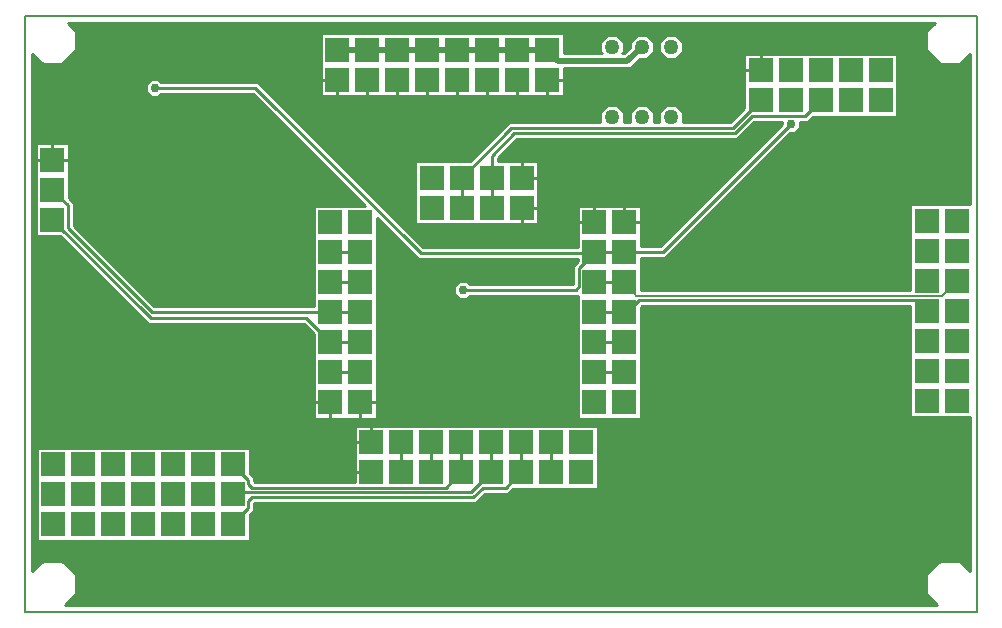
<source format=gbr>
G04 PROTEUS RS274X GERBER FILE*
%FSLAX45Y45*%
%MOMM*%
G01*
%ADD11C,0.508000*%
%ADD10C,0.254000*%
%ADD71C,0.152400*%
%ADD12C,0.762000*%
%ADD14R,2.032000X2.032000*%
%ADD18C,1.270000*%
%ADD70C,0.203200*%
G36*
X+3801901Y+2482055D02*
X+3801901Y+2317945D01*
X+3917945Y+2201901D01*
X+4082055Y+2201901D01*
X+4169961Y+2289807D01*
X+4169961Y+1013659D01*
X+3665221Y+1013659D01*
X+3665221Y+285719D01*
X+1384299Y+285719D01*
X+1384299Y+558801D01*
X+1589251Y+558801D01*
X+2649171Y+1618721D01*
X+2685093Y+1618721D01*
X+2729729Y+1663357D01*
X+2729729Y+1711362D01*
X+2795202Y+1711362D01*
X+2840141Y+1756301D01*
X+3555699Y+1756301D01*
X+3555699Y+2289699D01*
X+2260301Y+2289699D01*
X+2260301Y+1828141D01*
X+2141578Y+1709418D01*
X+1741599Y+1709418D01*
X+1741599Y+1792084D01*
X+1682084Y+1851599D01*
X+1597916Y+1851599D01*
X+1538401Y+1792084D01*
X+1538401Y+1709418D01*
X+1491599Y+1709418D01*
X+1491599Y+1792084D01*
X+1432084Y+1851599D01*
X+1347916Y+1851599D01*
X+1288401Y+1792084D01*
X+1288401Y+1709418D01*
X+1241599Y+1709418D01*
X+1241599Y+1792084D01*
X+1182084Y+1851599D01*
X+1097916Y+1851599D01*
X+1038401Y+1792084D01*
X+1038401Y+1709418D01*
X+263578Y+1709418D01*
X-66141Y+1379699D01*
X-527699Y+1379699D01*
X-527699Y+846301D01*
X+513699Y+846301D01*
X+513699Y+1379699D01*
X+170799Y+1379699D01*
X+170799Y+1403962D01*
X+334014Y+1567177D01*
X+2200428Y+1567177D01*
X+2344613Y+1711362D01*
X+2577331Y+1711362D01*
X+2577331Y+1690561D01*
X+1547169Y+660399D01*
X+1384299Y+660399D01*
X+1384299Y+1003299D01*
X+850901Y+1003299D01*
X+850901Y+652709D01*
X-460869Y+652709D01*
X-1859774Y+2051614D01*
X-1880816Y+2051614D01*
X-2675421Y+2051615D01*
X-2700821Y+2077015D01*
X-2763947Y+2077015D01*
X-2808583Y+2032379D01*
X-2808583Y+1969253D01*
X-2763947Y+1924617D01*
X-2700821Y+1924617D01*
X-2675421Y+1950017D01*
X-1901858Y+1950018D01*
X-952599Y+1000759D01*
X-1384299Y+1000759D01*
X-1384299Y+149859D01*
X-2736566Y+149859D01*
X-3417748Y+831041D01*
X-3417748Y+1027589D01*
X-3460301Y+1070141D01*
X-3460301Y+1531699D01*
X-3739699Y+1531699D01*
X-3739699Y+744301D01*
X-3532141Y+744301D01*
X-2787041Y-799D01*
X-1470581Y-799D01*
X-1384299Y-87081D01*
X-1384299Y-802639D01*
X-850901Y-802639D01*
X-850901Y+899061D01*
X-502951Y+551111D01*
X+850901Y+551111D01*
X+850901Y+534051D01*
X+810266Y+493416D01*
X+810266Y+340353D01*
X-62496Y+340353D01*
X-87896Y+365753D01*
X-151022Y+365753D01*
X-195658Y+321117D01*
X-195658Y+257991D01*
X-151022Y+213355D01*
X-87896Y+213355D01*
X-62496Y+238755D01*
X+850901Y+238755D01*
X+850901Y-800099D01*
X+1384299Y-800099D01*
X+1384299Y+146881D01*
X+1391041Y+153623D01*
X+3665221Y+153623D01*
X+3665221Y-789739D01*
X+4169961Y-789739D01*
X+4169961Y-2089807D01*
X+4082055Y-2001901D01*
X+3917945Y-2001901D01*
X+3801901Y-2117945D01*
X+3801901Y-2282055D01*
X+3894706Y-2374860D01*
X-3494706Y-2374860D01*
X-3401901Y-2282055D01*
X-3401901Y-2117945D01*
X-3517945Y-2001901D01*
X-3682055Y-2001901D01*
X-3769041Y-2088887D01*
X-3769041Y+2288887D01*
X-3682055Y+2201901D01*
X-3517945Y+2201901D01*
X-3401901Y+2317945D01*
X-3401901Y+2482055D01*
X-3469846Y+2550000D01*
X+3869846Y+2550000D01*
X+3801901Y+2482055D01*
G37*
%LPC*%
G36*
X+1018539Y-1140459D02*
X+1018539Y-1394459D01*
X+302981Y-1394459D01*
X+262333Y-1435107D01*
X+65829Y-1435107D01*
X-15520Y-1516456D01*
X-1888782Y-1516456D01*
X-1888782Y-1576424D01*
X-1929421Y-1617063D01*
X-1929421Y-1833699D01*
X-3732819Y-1833699D01*
X-3732819Y-1046681D01*
X-1929421Y-1046681D01*
X-1929421Y-1258739D01*
X-1888787Y-1299373D01*
X-1888787Y-1328954D01*
X-1884205Y-1333536D01*
X-1038859Y-1333536D01*
X-1038859Y-861061D01*
X+1018539Y-861061D01*
X+1018539Y-1140459D01*
G37*
G36*
X+1538401Y+2307916D02*
X+1538401Y+2392084D01*
X+1597916Y+2451599D01*
X+1682084Y+2451599D01*
X+1741599Y+2392084D01*
X+1741599Y+2307916D01*
X+1682084Y+2248401D01*
X+1597916Y+2248401D01*
X+1538401Y+2307916D01*
G37*
G36*
X+731499Y+2293499D02*
X+1052818Y+2293499D01*
X+1038401Y+2307916D01*
X+1038401Y+2392084D01*
X+1097916Y+2451599D01*
X+1182084Y+2451599D01*
X+1241599Y+2392084D01*
X+1241599Y+2307916D01*
X+1227182Y+2293499D01*
X+1243699Y+2293499D01*
X+1288401Y+2338201D01*
X+1288401Y+2392084D01*
X+1347916Y+2451599D01*
X+1432084Y+2451599D01*
X+1491599Y+2392084D01*
X+1491599Y+2307916D01*
X+1432084Y+2248401D01*
X+1378201Y+2248401D01*
X+1296301Y+2166501D01*
X+731499Y+2166501D01*
X+731499Y+1930301D01*
X-1325899Y+1930301D01*
X-1325899Y+2463699D01*
X+731499Y+2463699D01*
X+731499Y+2293499D01*
G37*
G36*
X-201750Y-23151D02*
X-201750Y+3151D01*
X-183151Y+21750D01*
X-156849Y+21750D01*
X-138250Y+3151D01*
X-138250Y-23151D01*
X-156849Y-41750D01*
X-183151Y-41750D01*
X-201750Y-23151D01*
G37*
G36*
X-2774877Y+2367536D02*
X-2774877Y+2393838D01*
X-2756278Y+2412437D01*
X-2729976Y+2412437D01*
X-2711377Y+2393838D01*
X-2711377Y+2367536D01*
X-2729976Y+2348937D01*
X-2756278Y+2348937D01*
X-2774877Y+2367536D01*
G37*
G36*
X+1518250Y+1503111D02*
X+1518250Y+1529413D01*
X+1536849Y+1548012D01*
X+1563151Y+1548012D01*
X+1581750Y+1529413D01*
X+1581750Y+1503111D01*
X+1563151Y+1484512D01*
X+1536849Y+1484512D01*
X+1518250Y+1503111D01*
G37*
G36*
X-631750Y+476849D02*
X-631750Y+503151D01*
X-613151Y+521750D01*
X-586849Y+521750D01*
X-568250Y+503151D01*
X-568250Y+476849D01*
X-586849Y+458250D01*
X-613151Y+458250D01*
X-631750Y+476849D01*
G37*
G36*
X-549910Y-546551D02*
X-549910Y-520249D01*
X-531311Y-501650D01*
X-505009Y-501650D01*
X-486410Y-520249D01*
X-486410Y-546551D01*
X-505009Y-565150D01*
X-531311Y-565150D01*
X-549910Y-546551D01*
G37*
%LPD*%
D11*
X+591800Y+2324000D02*
X+337800Y+2324000D01*
X+83800Y+2324000D01*
X-170200Y+2324000D01*
X-424200Y+2324000D01*
X-678200Y+2324000D01*
X-932200Y+2324000D01*
D10*
X-1244600Y+607060D02*
X-990600Y+607060D01*
X-990600Y+353060D02*
X-1244600Y+353060D01*
X-1244600Y+99060D02*
X-990600Y+99060D01*
X-990600Y-154940D02*
X-1244600Y-154940D01*
X-1244600Y-408940D02*
X-990600Y-408940D01*
X+990600Y+609600D02*
X+1244600Y+609600D01*
X+990600Y+355600D02*
X+1244600Y+355600D01*
X+990600Y+101600D02*
X+1244600Y+101600D01*
X+990600Y-152400D02*
X+1244600Y-152400D01*
X+990600Y-406400D02*
X+1244600Y-406400D01*
X+624840Y-1000760D02*
X+624840Y-1254760D01*
X+370840Y-1000760D02*
X+370840Y-1254760D01*
X-137160Y-1000760D02*
X-137160Y-1254760D01*
X-391160Y-1000760D02*
X-391160Y-1254760D01*
X-645160Y-1000760D02*
X-645160Y-1254760D01*
X-134000Y+986000D02*
X-134000Y+1240000D01*
X+120000Y+986000D02*
X+120000Y+1240000D01*
X-119459Y+289554D02*
X+831692Y+289554D01*
X+861065Y+318927D01*
X+861065Y+472375D01*
X+990600Y+601910D01*
X+990600Y+609600D01*
X-1244600Y-154940D02*
X-1449540Y+50000D01*
X-2766000Y+50000D01*
X-3600000Y+884000D01*
X-2561060Y+99060D02*
X-2757607Y+99060D01*
X-3468547Y+810000D01*
X-3468547Y+1006547D01*
X-3600000Y+1138000D01*
X-1244600Y+99060D02*
X-2561060Y+99060D01*
X-134000Y+1240000D02*
X+284619Y+1658619D01*
X+2162619Y+1658619D01*
X+2400000Y+1896000D01*
X+120000Y+1240000D02*
X+120000Y+1425003D01*
X+312973Y+1617976D01*
X+2179387Y+1617976D01*
X+2323572Y+1762161D01*
X+2774161Y+1762161D01*
X+2908000Y+1896000D01*
X+2653530Y+1694920D02*
X+1568210Y+609600D01*
X+1244600Y+609600D01*
D11*
X+1390000Y+2350000D02*
X+1270000Y+2230000D01*
X+685800Y+2230000D01*
X+591800Y+2324000D01*
X-932200Y+2324000D02*
X-1186200Y+2324000D01*
D71*
X+4058920Y+365960D02*
X+3932960Y+240000D01*
X+1345600Y+240000D01*
X+1331600Y+254000D01*
X+1244600Y+355600D01*
D10*
X+3804920Y+111960D02*
X+3712458Y+204422D01*
X+1370000Y+204422D01*
X+1267178Y+101600D01*
X+1244600Y+101600D01*
X+116840Y-1240000D02*
X+116840Y-1244665D01*
X+116840Y-1000760D02*
X+116840Y-1240000D01*
X+116840Y-1244665D02*
X+116840Y-1254760D01*
X-137160Y-1254760D02*
X-266734Y-1384334D01*
X-1905247Y-1384334D01*
X-1939581Y-1350000D01*
X-1939586Y-1349995D01*
X-1939586Y-1320414D01*
X-2069120Y-1190880D01*
X-2069120Y-1186380D01*
X+116840Y-1254760D02*
X-53370Y-1424970D01*
X-2079342Y-1424970D01*
X-2079547Y-1424765D01*
X-2069120Y-1440000D01*
X+370840Y-1254760D02*
X+241292Y-1384308D01*
X+54308Y-1384308D01*
X+44788Y-1384308D01*
X-36561Y-1465657D01*
X-1910000Y-1465657D01*
X-1939581Y-1495238D01*
X-1939581Y-1555383D01*
X-2069120Y-1684922D01*
X-2069120Y-1694000D01*
X-2732384Y+2000816D02*
X-1880816Y+2000816D01*
X-481910Y+601910D01*
X+889000Y+601910D01*
X+990600Y+609600D01*
D12*
X-170000Y-10000D03*
X-2743127Y+2380687D03*
X+1550000Y+1516262D03*
X-600000Y+490000D03*
X-518160Y-533400D03*
X-119459Y+289554D03*
X+2653530Y+1694920D03*
X-2732384Y+2000816D03*
D10*
X+3801901Y+2482055D02*
X+3801901Y+2317945D01*
X+3917945Y+2201901D01*
X+4082055Y+2201901D01*
X+4169961Y+2289807D01*
X+4169961Y+1013659D01*
X+3665221Y+1013659D01*
X+3665221Y+285719D01*
X+1384299Y+285719D01*
X+1384299Y+558801D01*
X+1589251Y+558801D01*
X+2649171Y+1618721D01*
X+2685093Y+1618721D01*
X+2729729Y+1663357D01*
X+2729729Y+1711362D01*
X+2795202Y+1711362D01*
X+2840141Y+1756301D01*
X+3555699Y+1756301D01*
X+3555699Y+2289699D01*
X+2260301Y+2289699D01*
X+2260301Y+1828141D01*
X+2141578Y+1709418D01*
X+1741599Y+1709418D01*
X+1741599Y+1792084D01*
X+1682084Y+1851599D01*
X+1597916Y+1851599D01*
X+1538401Y+1792084D01*
X+1538401Y+1709418D01*
X+1491599Y+1709418D01*
X+1491599Y+1792084D01*
X+1432084Y+1851599D01*
X+1347916Y+1851599D01*
X+1288401Y+1792084D01*
X+1288401Y+1709418D01*
X+1241599Y+1709418D01*
X+1241599Y+1792084D01*
X+1182084Y+1851599D01*
X+1097916Y+1851599D01*
X+1038401Y+1792084D01*
X+1038401Y+1709418D01*
X+263578Y+1709418D01*
X-66141Y+1379699D01*
X-527699Y+1379699D01*
X-527699Y+846301D01*
X+513699Y+846301D01*
X+513699Y+1379699D01*
X+170799Y+1379699D01*
X+170799Y+1403962D01*
X+334014Y+1567177D01*
X+2200428Y+1567177D01*
X+2344613Y+1711362D01*
X+2577331Y+1711362D01*
X+2577331Y+1690561D01*
X+1547169Y+660399D01*
X+1384299Y+660399D01*
X+1384299Y+1003299D01*
X+850901Y+1003299D01*
X+850901Y+652709D01*
X-460869Y+652709D01*
X-1859774Y+2051614D01*
X-1880816Y+2051614D01*
X-2675421Y+2051615D01*
X-2700821Y+2077015D01*
X-2763947Y+2077015D01*
X-2808583Y+2032379D01*
X-2808583Y+1969253D01*
X-2763947Y+1924617D01*
X-2700821Y+1924617D01*
X-2675421Y+1950017D01*
X-1901858Y+1950018D01*
X-952599Y+1000759D01*
X-1384299Y+1000759D01*
X-1384299Y+149859D01*
X-2736566Y+149859D01*
X-3417748Y+831041D01*
X-3417748Y+1027589D01*
X-3460301Y+1070141D01*
X-3460301Y+1531699D01*
X-3739699Y+1531699D01*
X-3739699Y+744301D01*
X-3532141Y+744301D01*
X-2787041Y-799D01*
X-1470581Y-799D01*
X-1384299Y-87081D01*
X-1384299Y-802639D01*
X-850901Y-802639D01*
X-850901Y+899061D01*
X-502951Y+551111D01*
X+850901Y+551111D01*
X+850901Y+534051D01*
X+810266Y+493416D01*
X+810266Y+340353D01*
X-62496Y+340353D01*
X-87896Y+365753D01*
X-151022Y+365753D01*
X-195658Y+321117D01*
X-195658Y+257991D01*
X-151022Y+213355D01*
X-87896Y+213355D01*
X-62496Y+238755D01*
X+850901Y+238755D01*
X+850901Y-800099D01*
X+1384299Y-800099D01*
X+1384299Y+146881D01*
X+1391041Y+153623D01*
X+3665221Y+153623D01*
X+3665221Y-789739D01*
X+4169961Y-789739D01*
X+4169961Y-2089807D01*
X+4082055Y-2001901D01*
X+3917945Y-2001901D01*
X+3801901Y-2117945D01*
X+3801901Y-2282055D01*
X+3894706Y-2374860D01*
X-3494706Y-2374860D01*
X-3401901Y-2282055D01*
X-3401901Y-2117945D01*
X-3517945Y-2001901D01*
X-3682055Y-2001901D01*
X-3769041Y-2088887D01*
X-3769041Y+2288887D01*
X-3682055Y+2201901D01*
X-3517945Y+2201901D01*
X-3401901Y+2317945D01*
X-3401901Y+2482055D01*
X-3469846Y+2550000D01*
X+3869846Y+2550000D01*
X+3801901Y+2482055D01*
X+1018539Y-1140459D02*
X+1018539Y-1394459D01*
X+302981Y-1394459D01*
X+262333Y-1435107D01*
X+65829Y-1435107D01*
X-15520Y-1516456D01*
X-1888782Y-1516456D01*
X-1888782Y-1576424D01*
X-1929421Y-1617063D01*
X-1929421Y-1833699D01*
X-3732819Y-1833699D01*
X-3732819Y-1046681D01*
X-1929421Y-1046681D01*
X-1929421Y-1258739D01*
X-1888787Y-1299373D01*
X-1888787Y-1328954D01*
X-1884205Y-1333536D01*
X-1038859Y-1333536D01*
X-1038859Y-861061D01*
X+1018539Y-861061D01*
X+1018539Y-1140459D01*
X+1538401Y+2307916D02*
X+1538401Y+2392084D01*
X+1597916Y+2451599D01*
X+1682084Y+2451599D01*
X+1741599Y+2392084D01*
X+1741599Y+2307916D01*
X+1682084Y+2248401D01*
X+1597916Y+2248401D01*
X+1538401Y+2307916D01*
X+731499Y+2293499D02*
X+1052818Y+2293499D01*
X+1038401Y+2307916D01*
X+1038401Y+2392084D01*
X+1097916Y+2451599D01*
X+1182084Y+2451599D01*
X+1241599Y+2392084D01*
X+1241599Y+2307916D01*
X+1227182Y+2293499D01*
X+1243699Y+2293499D01*
X+1288401Y+2338201D01*
X+1288401Y+2392084D01*
X+1347916Y+2451599D01*
X+1432084Y+2451599D01*
X+1491599Y+2392084D01*
X+1491599Y+2307916D01*
X+1432084Y+2248401D01*
X+1378201Y+2248401D01*
X+1296301Y+2166501D01*
X+731499Y+2166501D01*
X+731499Y+1930301D01*
X-1325899Y+1930301D01*
X-1325899Y+2463699D01*
X+731499Y+2463699D01*
X+731499Y+2293499D01*
X-201750Y-23151D02*
X-201750Y+3151D01*
X-183151Y+21750D01*
X-156849Y+21750D01*
X-138250Y+3151D01*
X-138250Y-23151D01*
X-156849Y-41750D01*
X-183151Y-41750D01*
X-201750Y-23151D01*
X-2774877Y+2367536D02*
X-2774877Y+2393838D01*
X-2756278Y+2412437D01*
X-2729976Y+2412437D01*
X-2711377Y+2393838D01*
X-2711377Y+2367536D01*
X-2729976Y+2348937D01*
X-2756278Y+2348937D01*
X-2774877Y+2367536D01*
X+1518250Y+1503111D02*
X+1518250Y+1529413D01*
X+1536849Y+1548012D01*
X+1563151Y+1548012D01*
X+1581750Y+1529413D01*
X+1581750Y+1503111D01*
X+1563151Y+1484512D01*
X+1536849Y+1484512D01*
X+1518250Y+1503111D01*
X-631750Y+476849D02*
X-631750Y+503151D01*
X-613151Y+521750D01*
X-586849Y+521750D01*
X-568250Y+503151D01*
X-568250Y+476849D01*
X-586849Y+458250D01*
X-613151Y+458250D01*
X-631750Y+476849D01*
X-549910Y-546551D02*
X-549910Y-520249D01*
X-531311Y-501650D01*
X-505009Y-501650D01*
X-486410Y-520249D01*
X-486410Y-546551D01*
X-505009Y-565150D01*
X-531311Y-565150D01*
X-549910Y-546551D01*
X+2260301Y+2150000D02*
X+2400000Y+2150000D01*
X+2400000Y+2289699D02*
X+2400000Y+2150000D01*
X-3600000Y+1531699D02*
X-3600000Y+1392000D01*
X-3460301Y+1392000D02*
X-3600000Y+1392000D01*
X-3739699Y+1392000D02*
X-3600000Y+1392000D01*
X-1325899Y+2070000D02*
X-1186200Y+2070000D01*
X-1186200Y+1930301D02*
X-1186200Y+2070000D01*
X-932200Y+1930301D02*
X-932200Y+2070000D01*
X-678200Y+1930301D02*
X-678200Y+2070000D01*
X-424200Y+1930301D02*
X-424200Y+2070000D01*
X-170200Y+1930301D02*
X-170200Y+2070000D01*
X+83800Y+1930301D02*
X+83800Y+2070000D01*
X+337800Y+1930301D02*
X+337800Y+2070000D01*
X+731499Y+2070000D02*
X+591800Y+2070000D01*
X+591800Y+1930301D02*
X+591800Y+2070000D01*
X-1244600Y-802639D02*
X-1244600Y-662940D01*
X-1384299Y-662940D02*
X-1244600Y-662940D01*
X-990600Y-802639D02*
X-990600Y-662940D01*
X-850901Y-662940D02*
X-990600Y-662940D01*
X+1244600Y+1003299D02*
X+1244600Y+863600D01*
X+1384299Y+863600D02*
X+1244600Y+863600D01*
X+990600Y+1003299D02*
X+990600Y+863600D01*
X+850901Y+863600D02*
X+990600Y+863600D01*
X+513699Y+986000D02*
X+374000Y+986000D01*
X+374000Y+846301D02*
X+374000Y+986000D01*
X+513699Y+1240000D02*
X+374000Y+1240000D01*
X+374000Y+1379699D02*
X+374000Y+1240000D01*
X-1038859Y-1000760D02*
X-899160Y-1000760D01*
X-899160Y-861061D02*
X-899160Y-1000760D01*
X-1038859Y-1254760D02*
X-899160Y-1254760D01*
D14*
X+2400000Y+1896000D03*
X+2654000Y+1896000D03*
X+2908000Y+1896000D03*
X+3162000Y+1896000D03*
X+3416000Y+1896000D03*
X+3416000Y+2150000D03*
X+3162000Y+2150000D03*
X+2908000Y+2150000D03*
X+2654000Y+2150000D03*
X+2400000Y+2150000D03*
X-2069120Y-1440000D03*
X-2323120Y-1440000D03*
X-2577120Y-1440000D03*
X-2831120Y-1440000D03*
X-3085120Y-1440000D03*
X-3339120Y-1440000D03*
X-3593120Y-1440000D03*
X-3593120Y-1694000D03*
X-3339120Y-1694000D03*
X-3085120Y-1694000D03*
X-2831120Y-1694000D03*
X-2577120Y-1694000D03*
X-2323120Y-1694000D03*
X-2069120Y-1694000D03*
X-3593120Y-1186380D03*
X-3339120Y-1186380D03*
X-3085120Y-1186380D03*
X-2831120Y-1186380D03*
X-2577120Y-1186380D03*
X-2323120Y-1186380D03*
X-2069120Y-1186380D03*
X-3600000Y+884000D03*
X-3600000Y+1138000D03*
X-3600000Y+1392000D03*
X+4058920Y-650040D03*
X+4058920Y-396040D03*
X+4058920Y-142040D03*
X+4058920Y+111960D03*
X+4058920Y+365960D03*
X+4058920Y+619960D03*
X+4058920Y+873960D03*
X+3804920Y+873960D03*
X+3804920Y+619960D03*
X+3804920Y+365960D03*
X+3804920Y+111960D03*
X+3804920Y-142040D03*
X+3804920Y-396040D03*
X+3804920Y-650040D03*
D18*
X+1140000Y+1750000D03*
X+1390000Y+1750000D03*
X+1640000Y+1750000D03*
X+1640000Y+2350000D03*
X+1390000Y+2350000D03*
X+1140000Y+2350000D03*
D14*
X-1186200Y+2070000D03*
X-932200Y+2070000D03*
X-678200Y+2070000D03*
X-424200Y+2070000D03*
X-170200Y+2070000D03*
X+83800Y+2070000D03*
X+337800Y+2070000D03*
X+591800Y+2070000D03*
X+591800Y+2324000D03*
X+337800Y+2324000D03*
X+83800Y+2324000D03*
X-170200Y+2324000D03*
X-424200Y+2324000D03*
X-678200Y+2324000D03*
X-932200Y+2324000D03*
X-1186200Y+2324000D03*
X-1244600Y+861060D03*
X-1244600Y+607060D03*
X-1244600Y+353060D03*
X-1244600Y+99060D03*
X-1244600Y-154940D03*
X-1244600Y-408940D03*
X-1244600Y-662940D03*
X-990600Y-662940D03*
X-990600Y-408940D03*
X-990600Y-154940D03*
X-990600Y+99060D03*
X-990600Y+353060D03*
X-990600Y+607060D03*
X-990600Y+861060D03*
X+1244600Y-660400D03*
X+1244600Y-406400D03*
X+1244600Y-152400D03*
X+1244600Y+101600D03*
X+1244600Y+355600D03*
X+1244600Y+609600D03*
X+1244600Y+863600D03*
X+990600Y+863600D03*
X+990600Y+609600D03*
X+990600Y+355600D03*
X+990600Y+101600D03*
X+990600Y-152400D03*
X+990600Y-406400D03*
X+990600Y-660400D03*
X-388000Y+986000D03*
X-134000Y+986000D03*
X+120000Y+986000D03*
X+374000Y+986000D03*
X+374000Y+1240000D03*
X+120000Y+1240000D03*
X-134000Y+1240000D03*
X-388000Y+1240000D03*
X+878840Y-1000760D03*
X+624840Y-1000760D03*
X+370840Y-1000760D03*
X+116840Y-1000760D03*
X-137160Y-1000760D03*
X-391160Y-1000760D03*
X-645160Y-1000760D03*
X-899160Y-1000760D03*
X-899160Y-1254760D03*
X-645160Y-1254760D03*
X-391160Y-1254760D03*
X-137160Y-1254760D03*
X+116840Y-1254760D03*
X+370840Y-1254760D03*
X+624840Y-1254760D03*
X+878840Y-1254760D03*
D70*
X-3830000Y-2435820D02*
X+4230920Y-2435820D01*
X+4230920Y+2610960D01*
X-3830000Y+2610960D01*
X-3830000Y-2435820D01*
M02*

</source>
